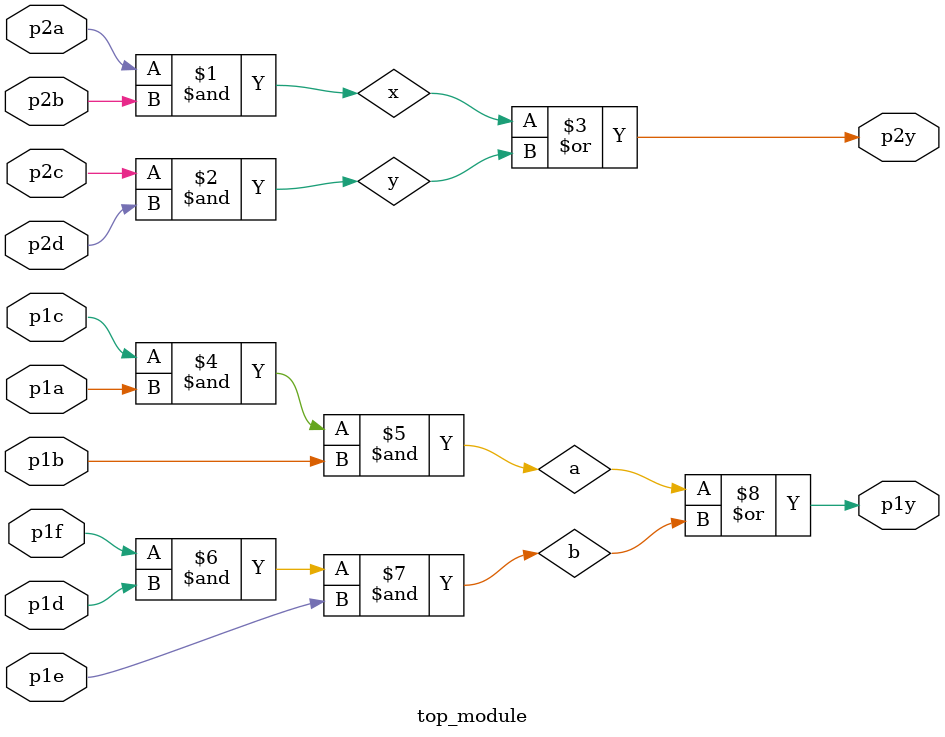
<source format=v>
module top_module ( 
    input p1a, p1b, p1c, p1d, p1e, p1f,
    output p1y,
    input p2a, p2b, p2c, p2d,
    output p2y );
    wire a,b,c,x,y;
    assign x = p2a & p2b;
    assign y = p2c & p2d;
    assign p2y = x | y;
    
    assign a = p1c &p1a & p1b;
    assign b = p1f & p1d & p1e;
    assign p1y = a | b;

endmodule

</source>
